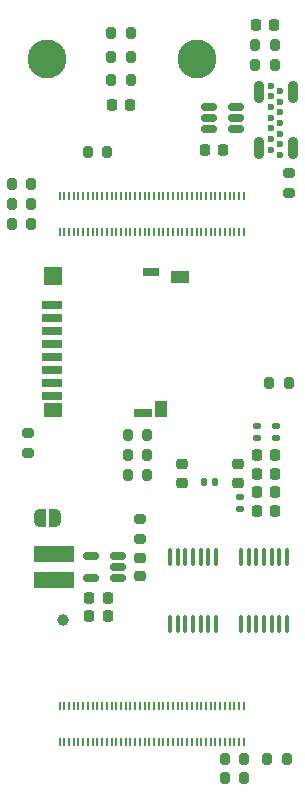
<source format=gbs>
%TF.GenerationSoftware,KiCad,Pcbnew,7.0.1*%
%TF.CreationDate,2023-04-26T14:08:09+02:00*%
%TF.ProjectId,radartof-hardware,72616461-7274-46f6-962d-686172647761,1.4*%
%TF.SameCoordinates,Original*%
%TF.FileFunction,Soldermask,Bot*%
%TF.FilePolarity,Negative*%
%FSLAX46Y46*%
G04 Gerber Fmt 4.6, Leading zero omitted, Abs format (unit mm)*
G04 Created by KiCad (PCBNEW 7.0.1) date 2023-04-26 14:08:09*
%MOMM*%
%LPD*%
G01*
G04 APERTURE LIST*
G04 Aperture macros list*
%AMRoundRect*
0 Rectangle with rounded corners*
0 $1 Rounding radius*
0 $2 $3 $4 $5 $6 $7 $8 $9 X,Y pos of 4 corners*
0 Add a 4 corners polygon primitive as box body*
4,1,4,$2,$3,$4,$5,$6,$7,$8,$9,$2,$3,0*
0 Add four circle primitives for the rounded corners*
1,1,$1+$1,$2,$3*
1,1,$1+$1,$4,$5*
1,1,$1+$1,$6,$7*
1,1,$1+$1,$8,$9*
0 Add four rect primitives between the rounded corners*
20,1,$1+$1,$2,$3,$4,$5,0*
20,1,$1+$1,$4,$5,$6,$7,0*
20,1,$1+$1,$6,$7,$8,$9,0*
20,1,$1+$1,$8,$9,$2,$3,0*%
%AMFreePoly0*
4,1,19,0.500000,-0.750000,0.000000,-0.750000,0.000000,-0.744911,-0.071157,-0.744911,-0.207708,-0.704816,-0.327430,-0.627875,-0.420627,-0.520320,-0.479746,-0.390866,-0.500000,-0.250000,-0.500000,0.250000,-0.479746,0.390866,-0.420627,0.520320,-0.327430,0.627875,-0.207708,0.704816,-0.071157,0.744911,0.000000,0.744911,0.000000,0.750000,0.500000,0.750000,0.500000,-0.750000,0.500000,-0.750000,
$1*%
%AMFreePoly1*
4,1,19,0.000000,0.744911,0.071157,0.744911,0.207708,0.704816,0.327430,0.627875,0.420627,0.520320,0.479746,0.390866,0.500000,0.250000,0.500000,-0.250000,0.479746,-0.390866,0.420627,-0.520320,0.327430,-0.627875,0.207708,-0.704816,0.071157,-0.744911,0.000000,-0.744911,0.000000,-0.750000,-0.500000,-0.750000,-0.500000,0.750000,0.000000,0.750000,0.000000,0.744911,0.000000,0.744911,
$1*%
G04 Aperture macros list end*
%ADD10C,0.600000*%
%ADD11O,0.900000X1.900000*%
%ADD12C,3.300000*%
%ADD13RoundRect,0.225000X-0.225000X-0.250000X0.225000X-0.250000X0.225000X0.250000X-0.225000X0.250000X0*%
%ADD14RoundRect,0.140000X-0.170000X0.140000X-0.170000X-0.140000X0.170000X-0.140000X0.170000X0.140000X0*%
%ADD15RoundRect,0.200000X0.200000X0.275000X-0.200000X0.275000X-0.200000X-0.275000X0.200000X-0.275000X0*%
%ADD16RoundRect,0.200000X-0.275000X0.200000X-0.275000X-0.200000X0.275000X-0.200000X0.275000X0.200000X0*%
%ADD17RoundRect,0.225000X0.225000X0.250000X-0.225000X0.250000X-0.225000X-0.250000X0.225000X-0.250000X0*%
%ADD18RoundRect,0.100000X0.100000X-0.637500X0.100000X0.637500X-0.100000X0.637500X-0.100000X-0.637500X0*%
%ADD19RoundRect,0.200000X-0.200000X-0.275000X0.200000X-0.275000X0.200000X0.275000X-0.200000X0.275000X0*%
%ADD20RoundRect,0.150000X0.512500X0.150000X-0.512500X0.150000X-0.512500X-0.150000X0.512500X-0.150000X0*%
%ADD21R,1.750000X0.700000*%
%ADD22R,1.550000X1.000000*%
%ADD23R,1.000000X1.450000*%
%ADD24R,1.500000X0.800000*%
%ADD25R,1.500000X1.300000*%
%ADD26R,1.500000X1.500000*%
%ADD27R,1.400000X0.800000*%
%ADD28RoundRect,0.225000X0.250000X-0.225000X0.250000X0.225000X-0.250000X0.225000X-0.250000X-0.225000X0*%
%ADD29R,0.200000X0.700000*%
%ADD30RoundRect,0.225000X-0.250000X0.225000X-0.250000X-0.225000X0.250000X-0.225000X0.250000X0.225000X0*%
%ADD31RoundRect,0.147500X-0.172500X0.147500X-0.172500X-0.147500X0.172500X-0.147500X0.172500X0.147500X0*%
%ADD32R,3.400000X1.350000*%
%ADD33RoundRect,0.147500X-0.147500X-0.172500X0.147500X-0.172500X0.147500X0.172500X-0.147500X0.172500X0*%
%ADD34FreePoly0,0.000000*%
%ADD35FreePoly1,0.000000*%
%ADD36RoundRect,0.200000X0.275000X-0.200000X0.275000X0.200000X-0.275000X0.200000X-0.275000X-0.200000X0*%
%ADD37C,1.000000*%
G04 APERTURE END LIST*
D10*
%TO.C,J4*%
X160906750Y-73725000D03*
X160906750Y-74625000D03*
X160906750Y-75525000D03*
X160906750Y-76425000D03*
X160906750Y-77325000D03*
X160906750Y-78225000D03*
X160906750Y-79125000D03*
X160126750Y-78675000D03*
X160126750Y-77775000D03*
X160126750Y-76875000D03*
X160126750Y-75975000D03*
X160126750Y-75075000D03*
X160126750Y-74175000D03*
X160126750Y-73275000D03*
D11*
X161946750Y-78575000D03*
X161946750Y-73775000D03*
X159086750Y-78575000D03*
X159086750Y-73775000D03*
%TD*%
D12*
%TO.C,J5*%
X153850000Y-71000000D03*
X141150000Y-71000000D03*
%TD*%
D13*
%TO.C,C21*%
X158925000Y-104500000D03*
X160475000Y-104500000D03*
%TD*%
D14*
%TO.C,C20*%
X157500000Y-108120000D03*
X157500000Y-109080000D03*
%TD*%
D15*
%TO.C,R9*%
X148225000Y-72800000D03*
X146575000Y-72800000D03*
%TD*%
D16*
%TO.C,R24*%
X139500000Y-102675000D03*
X139500000Y-104325000D03*
%TD*%
D13*
%TO.C,C16*%
X158925000Y-106100000D03*
X160475000Y-106100000D03*
%TD*%
D17*
%TO.C,C54*%
X160375000Y-68100000D03*
X158825000Y-68100000D03*
%TD*%
D15*
%TO.C,R18*%
X148225000Y-70800000D03*
X146575000Y-70800000D03*
%TD*%
D13*
%TO.C,C48*%
X144725000Y-118200000D03*
X146275000Y-118200000D03*
%TD*%
D18*
%TO.C,U6*%
X161450000Y-118862500D03*
X160800000Y-118862500D03*
X160150000Y-118862500D03*
X159500000Y-118862500D03*
X158850000Y-118862500D03*
X158200000Y-118862500D03*
X157550000Y-118862500D03*
X157550000Y-113137500D03*
X158200000Y-113137500D03*
X158850000Y-113137500D03*
X159500000Y-113137500D03*
X160150000Y-113137500D03*
X160800000Y-113137500D03*
X161450000Y-113137500D03*
%TD*%
D19*
%TO.C,R16*%
X158775000Y-71500000D03*
X160425000Y-71500000D03*
%TD*%
%TO.C,R25*%
X156175000Y-131900000D03*
X157825000Y-131900000D03*
%TD*%
D17*
%TO.C,C34*%
X148175000Y-74900000D03*
X146625000Y-74900000D03*
%TD*%
%TO.C,C53*%
X156075000Y-78700000D03*
X154525000Y-78700000D03*
%TD*%
D20*
%TO.C,U11*%
X147137500Y-113050000D03*
X147137500Y-114000000D03*
X147137500Y-114950000D03*
X144862500Y-114950000D03*
X144862500Y-113050000D03*
%TD*%
D21*
%TO.C,J3*%
X141562500Y-91825000D03*
X141562500Y-92925000D03*
X141562500Y-94025000D03*
X141562500Y-95125000D03*
X141562500Y-96225000D03*
X141562500Y-97325000D03*
X141562500Y-98425000D03*
X141562500Y-99525000D03*
D22*
X152362500Y-89450000D03*
D23*
X150787500Y-100650000D03*
D24*
X149287500Y-100975000D03*
D25*
X141687500Y-100725000D03*
D26*
X141687500Y-89375000D03*
D27*
X149937500Y-89050000D03*
%TD*%
D28*
%TO.C,C18*%
X152600000Y-106875000D03*
X152600000Y-105325000D03*
%TD*%
D19*
%TO.C,R5*%
X138175000Y-85000000D03*
X139825000Y-85000000D03*
%TD*%
D13*
%TO.C,C47*%
X144725000Y-116600000D03*
X146275000Y-116600000D03*
%TD*%
D19*
%TO.C,R11*%
X147975000Y-106200000D03*
X149625000Y-106200000D03*
%TD*%
D29*
%TO.C,U1*%
X157800000Y-82580000D03*
X157800000Y-85660000D03*
X157400000Y-82580000D03*
X157400000Y-85660000D03*
X157000000Y-82580000D03*
X157000000Y-85660000D03*
X156600000Y-82580000D03*
X156600000Y-85660000D03*
X156200000Y-82580000D03*
X156200000Y-85660000D03*
X155800000Y-82580000D03*
X155800000Y-85660000D03*
X155400000Y-82580000D03*
X155400000Y-85660000D03*
X155000000Y-82580000D03*
X155000000Y-85660000D03*
X154600000Y-82580000D03*
X154600000Y-85660000D03*
X154200000Y-82580000D03*
X154200000Y-85660000D03*
X153800000Y-82580000D03*
X153800000Y-85660000D03*
X153400000Y-82580000D03*
X153400000Y-85660000D03*
X153000000Y-82580000D03*
X153000000Y-85660000D03*
X152600000Y-82580000D03*
X152600000Y-85660000D03*
X152200000Y-82580000D03*
X152200000Y-85660000D03*
X151800000Y-82580000D03*
X151800000Y-85660000D03*
X151400000Y-82580000D03*
X151400000Y-85660000D03*
X151000000Y-82580000D03*
X151000000Y-85660000D03*
X150600000Y-82580000D03*
X150600000Y-85660000D03*
X150200000Y-82580000D03*
X150200000Y-85660000D03*
X149800000Y-82580000D03*
X149800000Y-85660000D03*
X149400000Y-82580000D03*
X149400000Y-85660000D03*
X149000000Y-82580000D03*
X149000000Y-85660000D03*
X148600000Y-82580000D03*
X148600000Y-85660000D03*
X148200000Y-82580000D03*
X148200000Y-85660000D03*
X147800000Y-82580000D03*
X147800000Y-85660000D03*
X147400000Y-82580000D03*
X147400000Y-85660000D03*
X147000000Y-82580000D03*
X147000000Y-85660000D03*
X146600000Y-82580000D03*
X146600000Y-85660000D03*
X146200000Y-82580000D03*
X146200000Y-85660000D03*
X145800000Y-82580000D03*
X145800000Y-85660000D03*
X145400000Y-82580000D03*
X145400000Y-85660000D03*
X145000000Y-82580000D03*
X145000000Y-85660000D03*
X144600000Y-82580000D03*
X144600000Y-85660000D03*
X144200000Y-82580000D03*
X144200000Y-85660000D03*
X143800000Y-82580000D03*
X143800000Y-85660000D03*
X143400000Y-82580000D03*
X143400000Y-85660000D03*
X143000000Y-82580000D03*
X143000000Y-85660000D03*
X142600000Y-82580000D03*
X142600000Y-85660000D03*
X142200000Y-82580000D03*
X142200000Y-85660000D03*
X142200000Y-128840000D03*
X142200000Y-125760000D03*
X142600000Y-128840000D03*
X142600000Y-125760000D03*
X143000000Y-128840000D03*
X143000000Y-125760000D03*
X143400000Y-128840000D03*
X143400000Y-125760000D03*
X143800000Y-128840000D03*
X143800000Y-125760000D03*
X144200000Y-128840000D03*
X144200000Y-125760000D03*
X144600000Y-128840000D03*
X144600000Y-125760000D03*
X145000000Y-128840000D03*
X145000000Y-125760000D03*
X145400000Y-128840000D03*
X145400000Y-125760000D03*
X145800000Y-128840000D03*
X145800000Y-125760000D03*
X146200000Y-128840000D03*
X146200000Y-125760000D03*
X146600000Y-128840000D03*
X146600000Y-125760000D03*
X147000000Y-128840000D03*
X147000000Y-125760000D03*
X147400000Y-128840000D03*
X147400000Y-125760000D03*
X147800000Y-128840000D03*
X147800000Y-125760000D03*
X148200000Y-128840000D03*
X148200000Y-125760000D03*
X148600000Y-128840000D03*
X148600000Y-125760000D03*
X149000000Y-128840000D03*
X149000000Y-125760000D03*
X149400000Y-128840000D03*
X149400000Y-125760000D03*
X149800000Y-128840000D03*
X149800000Y-125760000D03*
X150200000Y-128840000D03*
X150200000Y-125760000D03*
X150600000Y-128840000D03*
X150600000Y-125760000D03*
X151000000Y-128840000D03*
X151000000Y-125760000D03*
X151400000Y-128840000D03*
X151400000Y-125760000D03*
X151800000Y-128840000D03*
X151800000Y-125760000D03*
X152200000Y-128840000D03*
X152200000Y-125760000D03*
X152600000Y-128840000D03*
X152600000Y-125760000D03*
X153000000Y-128840000D03*
X153000000Y-125760000D03*
X153400000Y-128840000D03*
X153400000Y-125760000D03*
X153800000Y-128840000D03*
X153800000Y-125760000D03*
X154200000Y-128840000D03*
X154200000Y-125760000D03*
X154600000Y-128840000D03*
X154600000Y-125760000D03*
X155000000Y-128840000D03*
X155000000Y-125760000D03*
X155400000Y-128840000D03*
X155400000Y-125760000D03*
X155800000Y-128840000D03*
X155800000Y-125760000D03*
X156200000Y-128840000D03*
X156200000Y-125760000D03*
X156600000Y-128840000D03*
X156600000Y-125760000D03*
X157000000Y-128840000D03*
X157000000Y-125760000D03*
X157400000Y-128840000D03*
X157400000Y-125760000D03*
X157800000Y-128840000D03*
X157800000Y-125760000D03*
%TD*%
D30*
%TO.C,C46*%
X149000000Y-113225000D03*
X149000000Y-114775000D03*
%TD*%
D15*
%TO.C,R20*%
X160425000Y-69800000D03*
X158775000Y-69800000D03*
%TD*%
D31*
%TO.C,L5*%
X160500000Y-102115000D03*
X160500000Y-103085000D03*
%TD*%
D32*
%TO.C,L8*%
X141700000Y-112925000D03*
X141700000Y-115075000D03*
%TD*%
D28*
%TO.C,C19*%
X157300000Y-106875000D03*
X157300000Y-105325000D03*
%TD*%
D19*
%TO.C,R10*%
X147975000Y-104500000D03*
X149625000Y-104500000D03*
%TD*%
D33*
%TO.C,L6*%
X154415000Y-106800000D03*
X155385000Y-106800000D03*
%TD*%
D16*
%TO.C,R22*%
X149000000Y-109975000D03*
X149000000Y-111625000D03*
%TD*%
D19*
%TO.C,R21*%
X144575000Y-78900000D03*
X146225000Y-78900000D03*
%TD*%
D13*
%TO.C,C14*%
X158925000Y-107700000D03*
X160475000Y-107700000D03*
%TD*%
D19*
%TO.C,R27*%
X159775000Y-130300000D03*
X161425000Y-130300000D03*
%TD*%
D34*
%TO.C,JP2*%
X140550000Y-109900000D03*
D35*
X141850000Y-109900000D03*
%TD*%
D20*
%TO.C,U12*%
X157137500Y-75050000D03*
X157137500Y-76000000D03*
X157137500Y-76950000D03*
X154862500Y-76950000D03*
X154862500Y-76000000D03*
X154862500Y-75050000D03*
%TD*%
D19*
%TO.C,R26*%
X156175000Y-130300000D03*
X157825000Y-130300000D03*
%TD*%
%TO.C,R23*%
X159975000Y-98400000D03*
X161625000Y-98400000D03*
%TD*%
D36*
%TO.C,R17*%
X161600000Y-82325000D03*
X161600000Y-80675000D03*
%TD*%
D18*
%TO.C,U3*%
X155450000Y-118862500D03*
X154800000Y-118862500D03*
X154150000Y-118862500D03*
X153500000Y-118862500D03*
X152850000Y-118862500D03*
X152200000Y-118862500D03*
X151550000Y-118862500D03*
X151550000Y-113137500D03*
X152200000Y-113137500D03*
X152850000Y-113137500D03*
X153500000Y-113137500D03*
X154150000Y-113137500D03*
X154800000Y-113137500D03*
X155450000Y-113137500D03*
%TD*%
D19*
%TO.C,R8*%
X147975000Y-102800000D03*
X149625000Y-102800000D03*
%TD*%
D15*
%TO.C,R19*%
X148225000Y-68800000D03*
X146575000Y-68800000D03*
%TD*%
D37*
%TO.C,TP1*%
X142500000Y-118500000D03*
%TD*%
D15*
%TO.C,R7*%
X139825000Y-81600000D03*
X138175000Y-81600000D03*
%TD*%
D13*
%TO.C,C2*%
X158925000Y-109300000D03*
X160475000Y-109300000D03*
%TD*%
D31*
%TO.C,L7*%
X158900000Y-102115000D03*
X158900000Y-103085000D03*
%TD*%
D19*
%TO.C,R4*%
X138175000Y-83300000D03*
X139825000Y-83300000D03*
%TD*%
M02*

</source>
